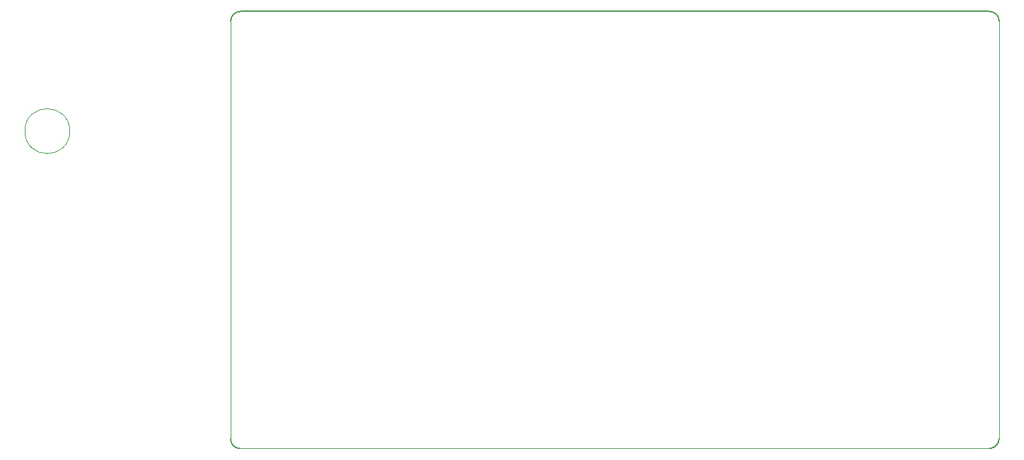
<source format=gbr>
%TF.GenerationSoftware,KiCad,Pcbnew,(6.0.5-0)*%
%TF.CreationDate,2022-06-28T22:52:03+01:00*%
%TF.ProjectId,revised_minh_design,72657669-7365-4645-9f6d-696e685f6465,rev?*%
%TF.SameCoordinates,Original*%
%TF.FileFunction,Profile,NP*%
%FSLAX46Y46*%
G04 Gerber Fmt 4.6, Leading zero omitted, Abs format (unit mm)*
G04 Created by KiCad (PCBNEW (6.0.5-0)) date 2022-06-28 22:52:03*
%MOMM*%
%LPD*%
G01*
G04 APERTURE LIST*
%TA.AperFunction,Profile*%
%ADD10C,0.100000*%
%TD*%
%TA.AperFunction,Profile*%
%ADD11C,0.150000*%
%TD*%
%TA.AperFunction,Profile*%
%ADD12C,0.120000*%
%TD*%
G04 APERTURE END LIST*
D10*
X87500000Y-24638000D02*
X87500000Y-78730000D01*
D11*
X87500000Y-78730000D02*
G75*
G03*
X88638000Y-80000000I1204000J-66000D01*
G01*
X185791974Y-23368000D02*
X88765000Y-23368000D01*
X185801000Y-80000042D02*
G75*
G03*
X187061968Y-78730968I-8100J1269042D01*
G01*
X187071068Y-24638000D02*
G75*
G03*
X185791974Y-23368000I-1279068J-9100D01*
G01*
D10*
X88638000Y-80000000D02*
X185801000Y-80000000D01*
X187061968Y-78730968D02*
X187071000Y-24638000D01*
D11*
X88765000Y-23368010D02*
G75*
G03*
X87500000Y-24638000I5000J-1269990D01*
G01*
D12*
%TO.C,U4*%
X66653000Y-38880000D02*
G75*
G03*
X66653000Y-38880000I-2910000J0D01*
G01*
%TD*%
M02*

</source>
